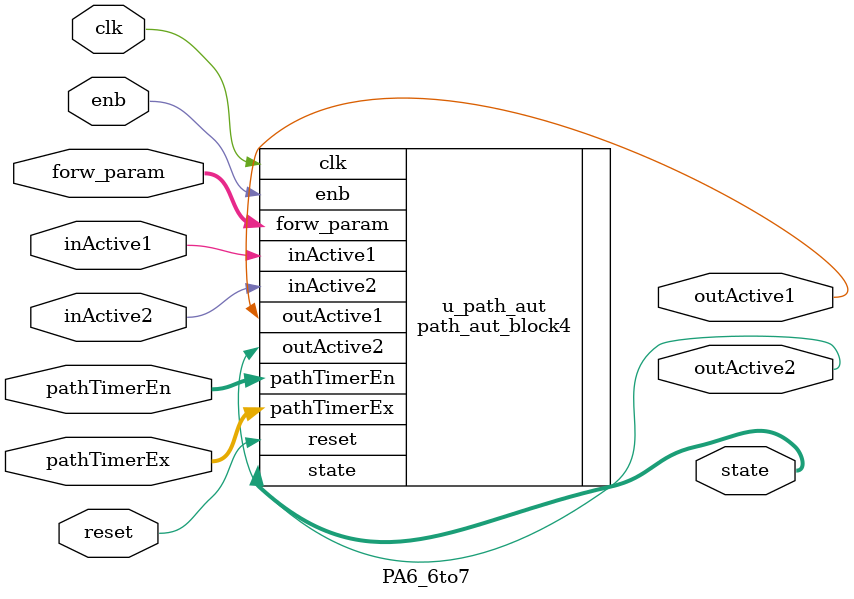
<source format=v>



`timescale 1 ns / 1 ns

module PA6_6to7
          (clk,
           reset,
           enb,
           inActive1,
           inActive2,
           pathTimerEn,
           pathTimerEx,
           forw_param,
           outActive1,
           outActive2,
           state);


  input   clk;
  input   reset;
  input   enb;
  input   inActive1;
  input   inActive2;
  input   [15:0] pathTimerEn;  // uint16
  input   [15:0] pathTimerEx;  // uint16
  input   [15:0] forw_param;  // uint16
  output  outActive1;
  output  outActive2;
  output  [7:0] state;  // uint8




  path_aut_block4 u_path_aut (.clk(clk),
                              .reset(reset),
                              .enb(enb),
                              .inActive1(inActive1),
                              .inActive2(inActive2),
                              .forw_param(forw_param),  // uint16
                              .pathTimerEn(pathTimerEn),  // uint16
                              .pathTimerEx(pathTimerEx),  // uint16
                              .outActive1(outActive1),
                              .outActive2(outActive2),
                              .state(state)  // uint8
                              );

endmodule  // PA6_6to7


</source>
